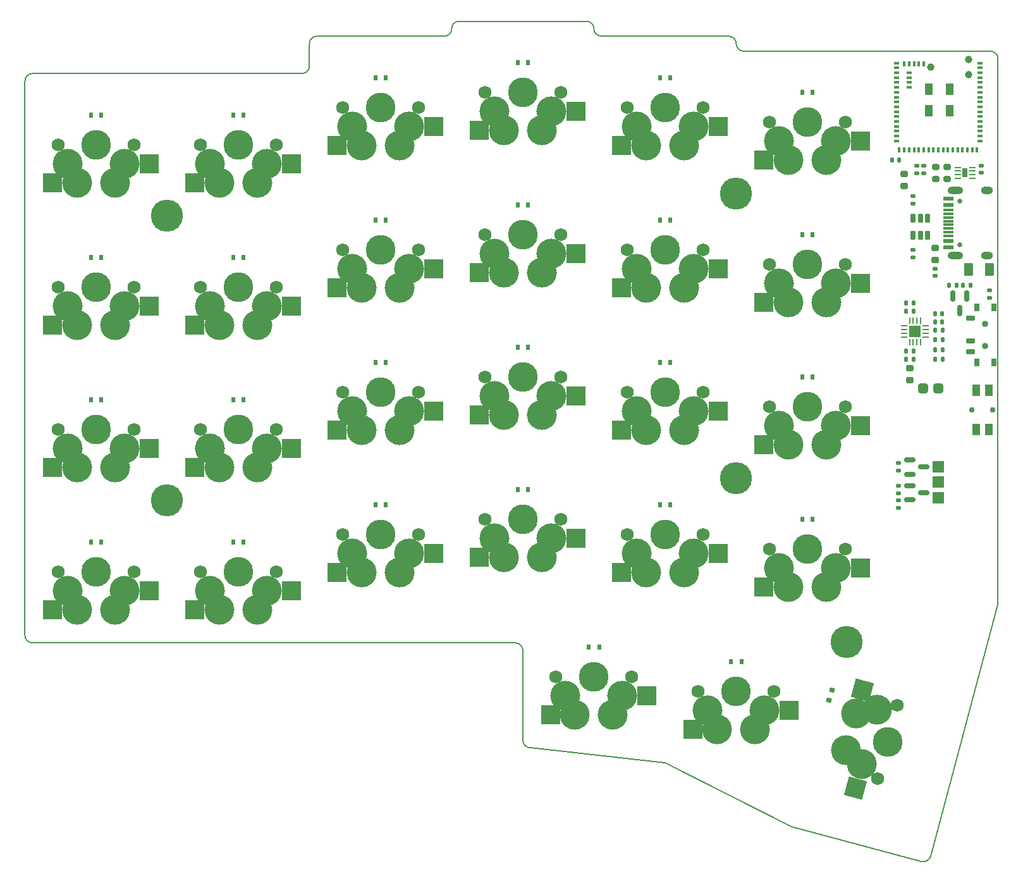
<source format=gbr>
%TF.GenerationSoftware,KiCad,Pcbnew,(6.0.4)*%
%TF.CreationDate,2022-07-15T09:15:58-07:00*%
%TF.ProjectId,Conejo,436f6e65-6a6f-42e6-9b69-6361645f7063,v1.0.0*%
%TF.SameCoordinates,Original*%
%TF.FileFunction,Soldermask,Bot*%
%TF.FilePolarity,Negative*%
%FSLAX46Y46*%
G04 Gerber Fmt 4.6, Leading zero omitted, Abs format (unit mm)*
G04 Created by KiCad (PCBNEW (6.0.4)) date 2022-07-15 09:15:58*
%MOMM*%
%LPD*%
G01*
G04 APERTURE LIST*
G04 Aperture macros list*
%AMRoundRect*
0 Rectangle with rounded corners*
0 $1 Rounding radius*
0 $2 $3 $4 $5 $6 $7 $8 $9 X,Y pos of 4 corners*
0 Add a 4 corners polygon primitive as box body*
4,1,4,$2,$3,$4,$5,$6,$7,$8,$9,$2,$3,0*
0 Add four circle primitives for the rounded corners*
1,1,$1+$1,$2,$3*
1,1,$1+$1,$4,$5*
1,1,$1+$1,$6,$7*
1,1,$1+$1,$8,$9*
0 Add four rect primitives between the rounded corners*
20,1,$1+$1,$2,$3,$4,$5,0*
20,1,$1+$1,$4,$5,$6,$7,0*
20,1,$1+$1,$6,$7,$8,$9,0*
20,1,$1+$1,$8,$9,$2,$3,0*%
%AMRotRect*
0 Rectangle, with rotation*
0 The origin of the aperture is its center*
0 $1 length*
0 $2 width*
0 $3 Rotation angle, in degrees counterclockwise*
0 Add horizontal line*
21,1,$1,$2,0,0,$3*%
G04 Aperture macros list end*
%TA.AperFunction,Profile*%
%ADD10C,0.150000*%
%TD*%
%ADD11C,4.300000*%
%ADD12R,0.600000X0.700000*%
%ADD13C,1.750000*%
%ADD14R,2.550000X2.500000*%
%ADD15C,3.987800*%
%ADD16C,4.000000*%
%ADD17C,0.850000*%
%ADD18RoundRect,0.090000X0.535000X-0.210000X0.535000X0.210000X-0.535000X0.210000X-0.535000X-0.210000X0*%
%ADD19RoundRect,0.105000X-0.245000X-0.445000X0.245000X-0.445000X0.245000X0.445000X-0.245000X0.445000X0*%
%ADD20C,0.750000*%
%ADD21R,1.000000X1.550000*%
%ADD22C,0.650000*%
%ADD23R,1.450000X0.600000*%
%ADD24R,1.450000X0.300000*%
%ADD25O,2.100000X1.000000*%
%ADD26O,1.600000X1.000000*%
%ADD27RotRect,0.600000X0.700000X255.000000*%
%ADD28C,0.990600*%
%ADD29RoundRect,0.140000X-0.170000X0.140000X-0.170000X-0.140000X0.170000X-0.140000X0.170000X0.140000X0*%
%ADD30RoundRect,0.218750X-0.256250X0.218750X-0.256250X-0.218750X0.256250X-0.218750X0.256250X0.218750X0*%
%ADD31RoundRect,0.147500X-0.172500X0.147500X-0.172500X-0.147500X0.172500X-0.147500X0.172500X0.147500X0*%
%ADD32RoundRect,0.140000X0.140000X0.170000X-0.140000X0.170000X-0.140000X-0.170000X0.140000X-0.170000X0*%
%ADD33RoundRect,0.135000X-0.185000X0.135000X-0.185000X-0.135000X0.185000X-0.135000X0.185000X0.135000X0*%
%ADD34RoundRect,0.150000X-0.150000X0.475000X-0.150000X-0.475000X0.150000X-0.475000X0.150000X0.475000X0*%
%ADD35R,1.524000X1.524000*%
%ADD36RoundRect,0.135000X0.135000X0.185000X-0.135000X0.185000X-0.135000X-0.185000X0.135000X-0.185000X0*%
%ADD37RoundRect,0.200000X-0.275000X0.200000X-0.275000X-0.200000X0.275000X-0.200000X0.275000X0.200000X0*%
%ADD38RoundRect,0.250000X0.375000X0.625000X-0.375000X0.625000X-0.375000X-0.625000X0.375000X-0.625000X0*%
%ADD39RoundRect,0.135000X-0.135000X-0.185000X0.135000X-0.185000X0.135000X0.185000X-0.135000X0.185000X0*%
%ADD40RoundRect,0.135000X0.185000X-0.135000X0.185000X0.135000X-0.185000X0.135000X-0.185000X-0.135000X0*%
%ADD41RoundRect,0.140000X-0.140000X-0.170000X0.140000X-0.170000X0.140000X0.170000X-0.140000X0.170000X0*%
%ADD42RoundRect,0.150000X-0.150000X0.587500X-0.150000X-0.587500X0.150000X-0.587500X0.150000X0.587500X0*%
%ADD43R,0.800000X0.350000*%
%ADD44R,0.350000X0.800000*%
%ADD45R,1.000000X1.500000*%
%ADD46RoundRect,0.062500X0.062500X-0.375000X0.062500X0.375000X-0.062500X0.375000X-0.062500X-0.375000X0*%
%ADD47RoundRect,0.062500X0.375000X-0.062500X0.375000X0.062500X-0.375000X0.062500X-0.375000X-0.062500X0*%
%ADD48R,1.600000X1.600000*%
%ADD49RotRect,2.550000X2.500000X75.000000*%
%ADD50RotRect,2.550000X2.500000X255.000000*%
%ADD51RoundRect,0.337500X-0.337500X0.337500X-0.337500X-0.337500X0.337500X-0.337500X0.337500X0.337500X0*%
%ADD52RoundRect,0.150000X-0.587500X-0.150000X0.587500X-0.150000X0.587500X0.150000X-0.587500X0.150000X0*%
%ADD53RoundRect,0.140000X0.170000X-0.140000X0.170000X0.140000X-0.170000X0.140000X-0.170000X-0.140000X0*%
%ADD54RoundRect,0.062500X0.325000X0.062500X-0.325000X0.062500X-0.325000X-0.062500X0.325000X-0.062500X0*%
%ADD55R,0.800000X1.200000*%
G04 APERTURE END LIST*
D10*
X93101679Y-93260414D02*
X76199999Y-84725000D01*
X57150000Y-69675000D02*
G75*
G03*
X56150001Y-68675000I-1000000J0D01*
G01*
X67675000Y12525000D02*
X84725000Y12525000D01*
X56150001Y-68675000D02*
X-8525000Y-68674999D01*
X27567894Y7525000D02*
X-8525000Y7525000D01*
X66675000Y13525000D02*
G75*
G03*
X65675000Y14525000I-1000000J0D01*
G01*
X85725000Y11525000D02*
G75*
G03*
X86725000Y10525000I1000000J0D01*
G01*
X57150000Y-81725000D02*
G75*
G03*
X58150000Y-82725000I1000000J0D01*
G01*
X29575000Y12525000D02*
G75*
G03*
X28575000Y11525000I0J-1000000D01*
G01*
X-9525000Y-67675000D02*
X-9525000Y6525000D01*
X46625000Y12525000D02*
X29575000Y12525000D01*
X48625000Y14525000D02*
G75*
G03*
X47625000Y13525000I0J-1000000D01*
G01*
X-9525000Y-67675000D02*
G75*
G03*
X-8525000Y-68674999I1000001J2D01*
G01*
X27567894Y7525007D02*
G75*
G03*
X28567893Y8525000I6J999993D01*
G01*
X120775000Y9525000D02*
G75*
G03*
X119775000Y10525000I-1000000J0D01*
G01*
X57150000Y-81725000D02*
X57150001Y-69675000D01*
X93101679Y-93260414D02*
X110536640Y-97932098D01*
X46625000Y12525000D02*
G75*
G03*
X47625000Y13525000I0J1000000D01*
G01*
X86725000Y10525000D02*
X119775000Y10525000D01*
X110536648Y-97932067D02*
G75*
G03*
X111761384Y-97224991I258852J965867D01*
G01*
X65675000Y14525000D02*
X48625000Y14525000D01*
X28575000Y11525000D02*
X28567893Y8525000D01*
X76199999Y-84725000D02*
X58150000Y-82725000D01*
X85725000Y11525000D02*
G75*
G03*
X84725000Y12525000I-1000000J0D01*
G01*
X120775000Y9525000D02*
X120775000Y-63575000D01*
X66675000Y13525000D02*
G75*
G03*
X67675000Y12525000I1000000J0D01*
G01*
X120775000Y-63575000D02*
X111761384Y-97224991D01*
X-8525000Y7525000D02*
G75*
G03*
X-9525000Y6525000I-1J-999999D01*
G01*
D11*
%TO.C,H4*%
X85725000Y-46624999D03*
%TD*%
D12*
%TO.C,D21*%
X76900000Y-12050000D03*
X75500000Y-12050000D03*
%TD*%
D13*
%TO.C,SW9*%
X24130000Y-59150000D03*
D14*
X13235000Y-64230000D03*
X13235000Y-64230000D03*
X26135000Y-61690000D03*
X26135000Y-61690000D03*
D13*
X13970000Y-59150000D03*
D15*
X19050000Y-59150000D03*
D16*
X21590000Y-64230000D03*
X22860000Y-61690000D03*
X16510000Y-64230000D03*
X15240000Y-61690000D03*
%TD*%
D14*
%TO.C,SW14*%
X64235000Y2460000D03*
X64235000Y2460000D03*
D13*
X52070000Y5000000D03*
D15*
X57150000Y5000000D03*
D14*
X51335000Y-80000D03*
D13*
X62230000Y5000000D03*
D14*
X51335000Y-80000D03*
D16*
X59690000Y-80000D03*
X60960000Y2460000D03*
X54610000Y-80000D03*
X53340000Y2460000D03*
%TD*%
D12*
%TO.C,D8*%
X19750000Y-17050001D03*
X18350000Y-17050001D03*
%TD*%
%TO.C,D4*%
X700000Y-17050000D03*
X-700000Y-17050000D03*
%TD*%
D13*
%TO.C,SW4*%
X5080000Y-40100000D03*
D15*
X0Y-40100000D03*
D14*
X7085000Y-42640000D03*
X7085000Y-42640000D03*
D13*
X-5080000Y-40100000D03*
D14*
X-5815000Y-45180000D03*
X-5815000Y-45180000D03*
D16*
X2540000Y-45180000D03*
X3810000Y-42640000D03*
X-3810000Y-42640000D03*
X-2540000Y-45180000D03*
%TD*%
D14*
%TO.C,SW25*%
X102335000Y-20590000D03*
D13*
X100330000Y-18050000D03*
D14*
X89435000Y-23130000D03*
D13*
X90170000Y-18050000D03*
D14*
X102335000Y-20590000D03*
D15*
X95250000Y-18050000D03*
D14*
X89435000Y-23130000D03*
D16*
X99060000Y-20590000D03*
X97790000Y-23130000D03*
X92710000Y-23130000D03*
X91440000Y-20590000D03*
%TD*%
D14*
%TO.C,SW21*%
X70385000Y-40180000D03*
X70385000Y-40180000D03*
D15*
X76200000Y-35100000D03*
D13*
X71120000Y-35100000D03*
X81280000Y-35100000D03*
D14*
X83285000Y-37640000D03*
X83285000Y-37640000D03*
D16*
X78740000Y-40180000D03*
X80010000Y-37640000D03*
X73660000Y-40180000D03*
X72390000Y-37640000D03*
%TD*%
D17*
%TO.C,SW1*%
X119075000Y-25975000D03*
X119075000Y-28975000D03*
D18*
X117075000Y-25225000D03*
X117075000Y-28225000D03*
X117075000Y-29725000D03*
D19*
X117925000Y-23775000D03*
X117925000Y-31175000D03*
X120225000Y-31175000D03*
X120225000Y-23775000D03*
%TD*%
D11*
%TO.C,H3*%
X9525000Y-49625000D03*
%TD*%
D12*
%TO.C,D17*%
X57850000Y-29100000D03*
X56450000Y-29100000D03*
%TD*%
%TO.C,D28*%
X95950000Y-52150000D03*
X94550000Y-52150000D03*
%TD*%
%TO.C,D6*%
X700000Y-55150000D03*
X-700000Y-55150000D03*
%TD*%
%TO.C,D5*%
X700001Y-36100000D03*
X-699999Y-36100000D03*
%TD*%
D14*
%TO.C,SW18*%
X60860000Y-78280000D03*
X60860000Y-78280000D03*
D13*
X61595000Y-73200000D03*
D14*
X73760000Y-75740000D03*
D15*
X66675000Y-73200000D03*
D14*
X73760000Y-75740000D03*
D13*
X71755000Y-73200000D03*
D16*
X69215000Y-78280000D03*
X70485000Y-75740000D03*
X64135000Y-78280000D03*
X62865000Y-75740000D03*
%TD*%
D12*
%TO.C,D9*%
X19750000Y-36100001D03*
X18350000Y-36100001D03*
%TD*%
%TO.C,D16*%
X57850000Y-10050000D03*
X56450000Y-10050000D03*
%TD*%
D14*
%TO.C,SW10*%
X32285000Y-2080000D03*
D15*
X38100000Y3000000D03*
D14*
X45185000Y460000D03*
D13*
X33020000Y3000000D03*
D14*
X32285000Y-2080000D03*
X45185000Y460000D03*
D13*
X43180000Y3000000D03*
D16*
X40640000Y-2080000D03*
X41910000Y460000D03*
X34290000Y460000D03*
X35560000Y-2080000D03*
%TD*%
D12*
%TO.C,D18*%
X57850000Y-48150000D03*
X56450000Y-48150000D03*
%TD*%
%TO.C,D19*%
X67375000Y-69200000D03*
X65975000Y-69200000D03*
%TD*%
%TO.C,D20*%
X76900000Y7000000D03*
X75500000Y7000000D03*
%TD*%
D14*
%TO.C,SW6*%
X26135000Y-4540000D03*
X26135000Y-4540000D03*
D13*
X24130000Y-2000000D03*
D14*
X13235000Y-7080000D03*
X13235000Y-7080000D03*
D15*
X19050000Y-2000000D03*
D13*
X13970000Y-2000000D03*
D16*
X22860000Y-4540000D03*
X21590000Y-7080000D03*
X15240000Y-4540000D03*
X16510000Y-7080000D03*
%TD*%
D15*
%TO.C,SW11*%
X38100000Y-16050000D03*
D14*
X32285000Y-21130000D03*
D13*
X43180000Y-16050000D03*
D14*
X32285000Y-21130000D03*
X45185000Y-18590000D03*
X45185000Y-18590000D03*
D13*
X33020000Y-16050000D03*
D16*
X40640000Y-21130000D03*
X41910000Y-18590000D03*
X34290000Y-18590000D03*
X35560000Y-21130000D03*
%TD*%
D20*
%TO.C,SW29*%
X120050000Y-37475000D03*
X117300000Y-37475000D03*
D21*
X119525000Y-34850000D03*
X119525000Y-40100000D03*
X117825000Y-34850000D03*
X117825000Y-40100000D03*
%TD*%
D12*
%TO.C,D15*%
X57850000Y9000000D03*
X56450000Y9000000D03*
%TD*%
%TO.C,D12*%
X38799999Y-12050000D03*
X37399999Y-12050000D03*
%TD*%
D14*
%TO.C,SW24*%
X89435000Y-4080000D03*
X89435000Y-4080000D03*
X102335000Y-1540000D03*
D13*
X100330000Y1000000D03*
D14*
X102335000Y-1540000D03*
D15*
X95250000Y1000000D03*
D13*
X90170000Y1000000D03*
D16*
X99060000Y-1540000D03*
X97790000Y-4080000D03*
X92710000Y-4080000D03*
X91440000Y-1540000D03*
%TD*%
D13*
%TO.C,SW27*%
X90170000Y-56150000D03*
D14*
X102335000Y-58690000D03*
X102335000Y-58690000D03*
X89435000Y-61230000D03*
D13*
X100330000Y-56150000D03*
D15*
X95250000Y-56150000D03*
D14*
X89435000Y-61230000D03*
D16*
X97790000Y-61230000D03*
X99060000Y-58690000D03*
X92710000Y-61230000D03*
X91440000Y-58690000D03*
%TD*%
D14*
%TO.C,SW8*%
X13235000Y-45180000D03*
D15*
X19050000Y-40100000D03*
D13*
X13970000Y-40100000D03*
X24130000Y-40100000D03*
D14*
X26135000Y-42640000D03*
X26135000Y-42640000D03*
X13235000Y-45180000D03*
D16*
X22860000Y-42640000D03*
X21590000Y-45180000D03*
X16510000Y-45180000D03*
X15240000Y-42640000D03*
%TD*%
D12*
%TO.C,D22*%
X76900000Y-31100000D03*
X75500000Y-31100000D03*
%TD*%
D14*
%TO.C,SW5*%
X7085000Y-61690000D03*
D15*
X0Y-59150000D03*
D13*
X5080000Y-59150000D03*
D14*
X-5815000Y-64230000D03*
X7085000Y-61690000D03*
D13*
X-5080000Y-59150000D03*
D14*
X-5815000Y-64230000D03*
D16*
X2540000Y-64230000D03*
X3810000Y-61690000D03*
X-2540000Y-64230000D03*
X-3810000Y-61690000D03*
%TD*%
D15*
%TO.C,SW19*%
X76200000Y3000000D03*
D13*
X71120000Y3000000D03*
D14*
X83285000Y460000D03*
X70385000Y-2080000D03*
D13*
X81280000Y3000000D03*
D14*
X70385000Y-2080000D03*
X83285000Y460000D03*
D16*
X80010000Y460000D03*
X78740000Y-2080000D03*
X73660000Y-2080000D03*
X72390000Y460000D03*
%TD*%
D14*
%TO.C,SW23*%
X92810000Y-77740000D03*
X79910000Y-80280000D03*
D15*
X85725000Y-75200000D03*
D14*
X92810000Y-77740000D03*
X79910000Y-80280000D03*
D13*
X80645000Y-75200000D03*
X90805000Y-75200000D03*
D16*
X88265000Y-80280000D03*
X89535000Y-77740000D03*
X81915000Y-77740000D03*
X83185000Y-80280000D03*
%TD*%
D14*
%TO.C,SW16*%
X64235000Y-35639999D03*
D15*
X57150000Y-33099999D03*
D14*
X51335000Y-38179999D03*
X51335000Y-38179999D03*
X64235000Y-35639999D03*
D13*
X52070000Y-33099999D03*
X62230000Y-33099999D03*
D16*
X59690000Y-38179999D03*
X60960000Y-35639999D03*
X54610000Y-38179999D03*
X53340000Y-35639999D03*
%TD*%
D14*
%TO.C,SW7*%
X13235000Y-26129999D03*
D15*
X19050000Y-21049999D03*
D14*
X26135000Y-23589999D03*
X26135000Y-23589999D03*
X13235000Y-26129999D03*
D13*
X13970000Y-21049999D03*
X24130000Y-21049999D03*
D16*
X22860000Y-23589999D03*
X21590000Y-26129999D03*
X15240000Y-23589999D03*
X16510000Y-26129999D03*
%TD*%
D12*
%TO.C,D3*%
X700000Y2000000D03*
X-700000Y2000000D03*
%TD*%
D13*
%TO.C,SW20*%
X71120000Y-16050000D03*
X81280000Y-16050000D03*
D14*
X70385000Y-21130000D03*
X83285000Y-18590000D03*
D15*
X76200000Y-16050000D03*
D14*
X83285000Y-18590000D03*
X70385000Y-21130000D03*
D16*
X78740000Y-21130000D03*
X80010000Y-18590000D03*
X72390000Y-18590000D03*
X73660000Y-21130000D03*
%TD*%
D12*
%TO.C,D23*%
X76900000Y-50150000D03*
X75500000Y-50150000D03*
%TD*%
D15*
%TO.C,SW15*%
X57150002Y-14050000D03*
D14*
X64235002Y-16590000D03*
D13*
X62230002Y-14050000D03*
D14*
X64235002Y-16590000D03*
X51335002Y-19130000D03*
X51335002Y-19130000D03*
D13*
X52070002Y-14050000D03*
D16*
X59690002Y-19130000D03*
X60960002Y-16590000D03*
X54610002Y-19130000D03*
X53340002Y-16590000D03*
%TD*%
D13*
%TO.C,SW26*%
X100330000Y-37100000D03*
D15*
X95250000Y-37100000D03*
D13*
X90170000Y-37100000D03*
D14*
X89435000Y-42180000D03*
X102335000Y-39640000D03*
X89435000Y-42180000D03*
X102335000Y-39640000D03*
D16*
X99060000Y-39640000D03*
X97790000Y-42180000D03*
X91440000Y-39640000D03*
X92710000Y-42180000D03*
%TD*%
D12*
%TO.C,D13*%
X38800000Y-31100000D03*
X37400000Y-31100000D03*
%TD*%
D11*
%TO.C,H5*%
X100475000Y-68575000D03*
%TD*%
D12*
%TO.C,D7*%
X19750000Y2000000D03*
X18350000Y2000000D03*
%TD*%
%TO.C,D26*%
X95950000Y-14050000D03*
X94550000Y-14050000D03*
%TD*%
%TO.C,D14*%
X38800000Y-50150000D03*
X37400000Y-50150000D03*
%TD*%
%TO.C,D25*%
X95950000Y5000000D03*
X94550000Y5000000D03*
%TD*%
D13*
%TO.C,SW17*%
X52070000Y-52150000D03*
D14*
X51335000Y-57230000D03*
D13*
X62230000Y-52150000D03*
D14*
X51335000Y-57230000D03*
X64235000Y-54690000D03*
D15*
X57150000Y-52150000D03*
D14*
X64235000Y-54690000D03*
D16*
X60960000Y-54690000D03*
X59690000Y-57230000D03*
X54610000Y-57230000D03*
X53340000Y-54690000D03*
%TD*%
D11*
%TO.C,H1*%
X9525000Y-11525000D03*
%TD*%
D22*
%TO.C,J2*%
X115625000Y-9585000D03*
X115625000Y-15365000D03*
D23*
X114180000Y-9225000D03*
X114180000Y-10025000D03*
D24*
X114180000Y-14225000D03*
X114180000Y-12225000D03*
X114180000Y-12725000D03*
X114180000Y-13725000D03*
D23*
X114180000Y-14925000D03*
X114180000Y-15725000D03*
X114180000Y-15725000D03*
X114180000Y-14925000D03*
D24*
X114180000Y-11225000D03*
X114180000Y-13225000D03*
X114180000Y-11725000D03*
X114180000Y-10725000D03*
D23*
X114180000Y-10025000D03*
X114180000Y-9225000D03*
D25*
X115095000Y-16795000D03*
D26*
X119275000Y-16795000D03*
D25*
X115095000Y-8155000D03*
D26*
X119275000Y-8155000D03*
%TD*%
D14*
%TO.C,SW22*%
X70385000Y-59230000D03*
X83285000Y-56690000D03*
D13*
X81280000Y-54150000D03*
D14*
X83285000Y-56690000D03*
D13*
X71120000Y-54150000D03*
D15*
X76200000Y-54150000D03*
D14*
X70385000Y-59230000D03*
D16*
X78740000Y-59230000D03*
X80010000Y-56690000D03*
X73660000Y-59230000D03*
X72390000Y-56690000D03*
%TD*%
D27*
%TO.C,D29*%
X98523117Y-74980777D03*
X98160771Y-76333073D03*
%TD*%
D12*
%TO.C,D10*%
X19750000Y-55150000D03*
X18350000Y-55150000D03*
%TD*%
D14*
%TO.C,SW2*%
X7085000Y-4540000D03*
D15*
X0Y-2000000D03*
D14*
X-5815000Y-7080000D03*
D13*
X5080000Y-2000000D03*
D14*
X-5815000Y-7080000D03*
X7085000Y-4540000D03*
D13*
X-5080000Y-2000000D03*
D16*
X2540000Y-7080000D03*
X3810000Y-4540000D03*
X-3810000Y-4540000D03*
X-2540000Y-7080000D03*
%TD*%
D14*
%TO.C,SW3*%
X7085000Y-23590000D03*
X-5815000Y-26130000D03*
D13*
X5080000Y-21050000D03*
X-5080000Y-21050000D03*
D14*
X7085000Y-23590000D03*
D15*
X0Y-21050000D03*
D14*
X-5815000Y-26130000D03*
D16*
X2540000Y-26130000D03*
X3810000Y-23590000D03*
X-3810000Y-23590000D03*
X-2540000Y-26130000D03*
%TD*%
D12*
%TO.C,D27*%
X95950000Y-33100000D03*
X94550000Y-33100000D03*
%TD*%
D15*
%TO.C,SW12*%
X38100000Y-35100000D03*
D14*
X45185000Y-37640000D03*
D13*
X33020000Y-35100000D03*
D14*
X32285000Y-40180000D03*
D13*
X43180000Y-35100000D03*
D14*
X32285000Y-40180000D03*
X45185000Y-37640000D03*
D16*
X40640000Y-40180000D03*
X41910000Y-37640000D03*
X35560000Y-40180000D03*
X34290000Y-37640000D03*
%TD*%
D11*
%TO.C,H2*%
X85725000Y-8525000D03*
%TD*%
D12*
%TO.C,D11*%
X38800000Y7000000D03*
X37400000Y7000000D03*
%TD*%
D14*
%TO.C,SW13*%
X45185000Y-56690000D03*
X45185000Y-56690000D03*
X32285000Y-59230000D03*
X32285000Y-59230000D03*
D13*
X33020000Y-54150000D03*
X43180000Y-54150000D03*
D15*
X38100000Y-54150000D03*
D16*
X40640000Y-59230000D03*
X41910000Y-56690000D03*
X34290000Y-56690000D03*
X35560000Y-59230000D03*
%TD*%
D28*
%TO.C,J3*%
X116865000Y9441000D03*
X116865000Y7409000D03*
X111785000Y8425000D03*
%TD*%
D12*
%TO.C,D24*%
X86425000Y-71200000D03*
X85025000Y-71200000D03*
%TD*%
D29*
%TO.C,C8*%
X110875000Y-4845000D03*
X110875000Y-5805000D03*
%TD*%
D30*
%TO.C,L1*%
X108225000Y-5937500D03*
X108225000Y-7512500D03*
%TD*%
D31*
%TO.C,FB1*%
X112375000Y-18590000D03*
X112375000Y-19560000D03*
%TD*%
D32*
%TO.C,C4*%
X109455000Y-24325000D03*
X108495000Y-24325000D03*
%TD*%
D33*
%TO.C,R13*%
X107475000Y-47615001D03*
X107475000Y-48635001D03*
%TD*%
D34*
%TO.C,U3*%
X109425000Y-11800000D03*
X110375000Y-11800000D03*
X111325000Y-11800000D03*
X111325000Y-14150000D03*
X110375000Y-14150000D03*
X109425000Y-14150000D03*
%TD*%
D35*
%TO.C,J4*%
X112775000Y-45150000D03*
X112775000Y-47150000D03*
X112775000Y-49250000D03*
%TD*%
D29*
%TO.C,C9*%
X109875000Y-4845000D03*
X109875000Y-5805000D03*
%TD*%
D36*
%TO.C,R6*%
X113347500Y-30725000D03*
X112327500Y-30725000D03*
%TD*%
D37*
%TO.C,R12*%
X112425000Y-4950000D03*
X112425000Y-6600000D03*
%TD*%
D36*
%TO.C,R1*%
X113347500Y-26825000D03*
X112327500Y-26825000D03*
%TD*%
%TO.C,R3*%
X113347500Y-29425000D03*
X112327500Y-29425000D03*
%TD*%
D38*
%TO.C,D1*%
X119625000Y-18725000D03*
X116825000Y-18725000D03*
%TD*%
D32*
%TO.C,C6*%
X109455000Y-30725000D03*
X108495000Y-30725000D03*
%TD*%
D39*
%TO.C,R4*%
X114215000Y-20775000D03*
X115235000Y-20775000D03*
%TD*%
D30*
%TO.C,F1*%
X108975000Y-31937500D03*
X108975000Y-33512500D03*
%TD*%
D32*
%TO.C,C3*%
X109455000Y-23225000D03*
X108495000Y-23225000D03*
%TD*%
D40*
%TO.C,R7*%
X119625000Y-22485000D03*
X119625000Y-21465000D03*
%TD*%
D41*
%TO.C,C10*%
X106595000Y-4025000D03*
X107555000Y-4025000D03*
%TD*%
D40*
%TO.C,R10*%
X107475000Y-50635000D03*
X107475000Y-49615000D03*
%TD*%
D42*
%TO.C,Q1*%
X114725000Y-22287500D03*
X116625000Y-22287500D03*
X115675000Y-24162500D03*
%TD*%
D43*
%TO.C,U4*%
X118375000Y8925000D03*
X118375000Y8275000D03*
X118375000Y7625000D03*
X118375000Y6975000D03*
X118375000Y6325000D03*
X118375000Y5675000D03*
X118375000Y5025000D03*
X118375000Y4375000D03*
X118375000Y3725000D03*
X118375000Y3075000D03*
X118375000Y2425000D03*
X118375000Y1775000D03*
X118375000Y1125000D03*
X118375000Y475000D03*
X118375000Y-175000D03*
X118375000Y-825000D03*
X118375000Y-1475000D03*
D44*
X117975000Y-2675000D03*
X117325000Y-2675000D03*
X116675000Y-2675000D03*
X116025000Y-2675000D03*
X115375000Y-2675000D03*
X114725000Y-2675000D03*
X114075000Y-2675000D03*
X113425000Y-2675000D03*
X112775000Y-2675000D03*
X112125000Y-2675000D03*
X111475000Y-2675000D03*
X110825000Y-2675000D03*
X110175000Y-2675000D03*
X109525000Y-2675000D03*
X108875000Y-2675000D03*
X108225000Y-2675000D03*
X107575000Y-2675000D03*
D43*
X107175000Y-1475000D03*
X107175000Y-825000D03*
X107175000Y-175000D03*
X107175000Y475000D03*
X107175000Y1125000D03*
X107175000Y1775000D03*
X107175000Y2425000D03*
X107175000Y3075000D03*
X107175000Y3725000D03*
X107175000Y4375000D03*
X107175000Y5025000D03*
X107175000Y5675000D03*
X107175000Y6325000D03*
X107175000Y6975000D03*
X107175000Y7625000D03*
X107175000Y8275000D03*
X107175000Y8925000D03*
D44*
X108225000Y8825000D03*
X108875000Y8825000D03*
X109525000Y8825000D03*
X110175000Y8825000D03*
X110825000Y8825000D03*
D43*
X108875000Y7625000D03*
X108875000Y6975000D03*
X108875000Y6325000D03*
X108875000Y5675000D03*
D45*
X114325000Y5425000D03*
X114325000Y2575000D03*
X111525000Y2575000D03*
X111525000Y5425000D03*
%TD*%
D36*
%TO.C,R2*%
X113347500Y-28125000D03*
X112327500Y-28125000D03*
%TD*%
D46*
%TO.C,U1*%
X110437500Y-28412500D03*
X109937500Y-28412500D03*
X109437500Y-28412500D03*
X108937500Y-28412500D03*
D47*
X108250000Y-27725000D03*
X108250000Y-27225000D03*
X108250000Y-26725000D03*
X108250000Y-26225000D03*
D46*
X108937500Y-25537500D03*
X109437500Y-25537500D03*
X109937500Y-25537500D03*
X110437500Y-25537500D03*
D47*
X111125000Y-26225000D03*
X111125000Y-26725000D03*
X111125000Y-27225000D03*
X111125000Y-27725000D03*
D48*
X109687500Y-26975000D03*
%TD*%
D13*
%TO.C,SW28*%
X107314801Y-77018097D03*
D49*
X101712815Y-88111184D03*
D13*
X104685199Y-86831903D03*
D15*
X106000000Y-81925000D03*
D50*
X102598130Y-74993341D03*
X101712815Y-88111184D03*
D16*
X104532649Y-77587422D03*
X101750497Y-78156748D03*
X100435696Y-83063651D03*
X102560448Y-84947777D03*
%TD*%
D51*
%TO.C,J1*%
X110775000Y-34600000D03*
X112775000Y-34600000D03*
%TD*%
D32*
%TO.C,C7*%
X109455000Y-29625000D03*
X108495000Y-29625000D03*
%TD*%
%TO.C,C2*%
X113317500Y-25725000D03*
X112357500Y-25725000D03*
%TD*%
D52*
%TO.C,Q3*%
X108937500Y-46100000D03*
X108937500Y-44200000D03*
X110812500Y-45150000D03*
%TD*%
D37*
%TO.C,R11*%
X113975000Y-4950000D03*
X113975000Y-6600000D03*
%TD*%
D41*
%TO.C,C1*%
X112357500Y-24625000D03*
X113317500Y-24625000D03*
%TD*%
D30*
%TO.C,F2*%
X112375000Y-15837500D03*
X112375000Y-17412500D03*
%TD*%
D33*
%TO.C,R8*%
X109425000Y-8865000D03*
X109425000Y-9885000D03*
%TD*%
D40*
%TO.C,R14*%
X107425000Y-45635000D03*
X107425000Y-44615000D03*
%TD*%
D36*
%TO.C,R5*%
X117110000Y-20775000D03*
X116090000Y-20775000D03*
%TD*%
D33*
%TO.C,R9*%
X109425000Y-16065000D03*
X109425000Y-17085000D03*
%TD*%
D52*
%TO.C,Q2*%
X108937500Y-49525000D03*
X108937500Y-47625000D03*
X110812500Y-48575000D03*
%TD*%
D53*
%TO.C,C5*%
X118525000Y-5755000D03*
X118525000Y-4795000D03*
%TD*%
D54*
%TO.C,U2*%
X117362500Y-5025000D03*
X117362500Y-5525000D03*
X117362500Y-6025000D03*
X117362500Y-6525000D03*
X115387500Y-6525000D03*
X115387500Y-6025000D03*
X115387500Y-5525000D03*
X115387500Y-5025000D03*
D55*
X116375000Y-5775000D03*
%TD*%
M02*

</source>
